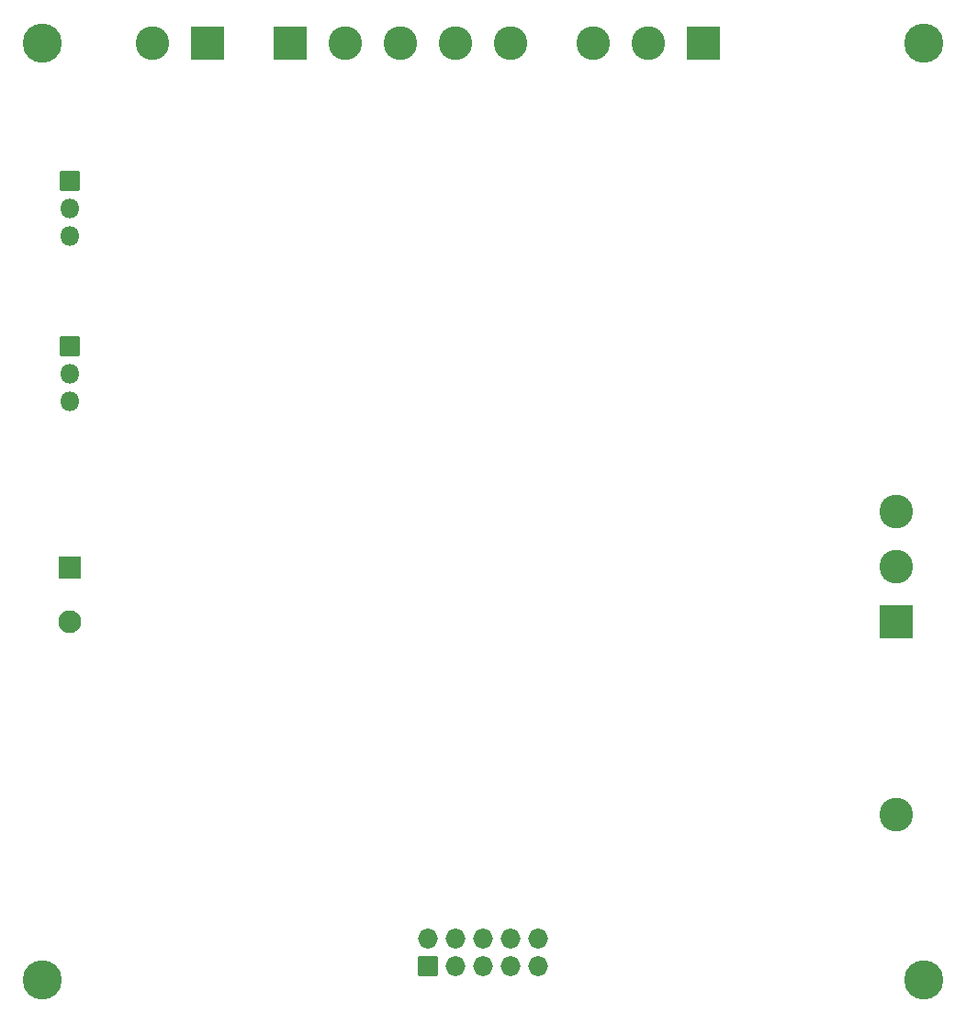
<source format=gbs>
G04 #@! TF.GenerationSoftware,KiCad,Pcbnew,(6.0.1-0)*
G04 #@! TF.CreationDate,2022-03-10T22:00:30-05:00*
G04 #@! TF.ProjectId,Vrm,56726d2e-6b69-4636-9164-5f7063625858,rev?*
G04 #@! TF.SameCoordinates,Original*
G04 #@! TF.FileFunction,Soldermask,Bot*
G04 #@! TF.FilePolarity,Negative*
%FSLAX46Y46*%
G04 Gerber Fmt 4.6, Leading zero omitted, Abs format (unit mm)*
G04 Created by KiCad (PCBNEW (6.0.1-0)) date 2022-03-10 22:00:30*
%MOMM*%
%LPD*%
G01*
G04 APERTURE LIST*
G04 Aperture macros list*
%AMRoundRect*
0 Rectangle with rounded corners*
0 $1 Rounding radius*
0 $2 $3 $4 $5 $6 $7 $8 $9 X,Y pos of 4 corners*
0 Add a 4 corners polygon primitive as box body*
4,1,4,$2,$3,$4,$5,$6,$7,$8,$9,$2,$3,0*
0 Add four circle primitives for the rounded corners*
1,1,$1+$1,$2,$3*
1,1,$1+$1,$4,$5*
1,1,$1+$1,$6,$7*
1,1,$1+$1,$8,$9*
0 Add four rect primitives between the rounded corners*
20,1,$1+$1,$2,$3,$4,$5,0*
20,1,$1+$1,$4,$5,$6,$7,0*
20,1,$1+$1,$6,$7,$8,$9,0*
20,1,$1+$1,$8,$9,$2,$3,0*%
G04 Aperture macros list end*
%ADD10RoundRect,0.051000X0.863600X-0.863600X0.863600X0.863600X-0.863600X0.863600X-0.863600X-0.863600X0*%
%ADD11O,1.829200X1.829200*%
%ADD12C,3.102000*%
%ADD13C,3.602000*%
%ADD14RoundRect,0.051000X-0.850000X-0.850000X0.850000X-0.850000X0.850000X0.850000X-0.850000X0.850000X0*%
%ADD15O,1.802000X1.802000*%
%ADD16RoundRect,0.051000X-1.000000X1.000000X-1.000000X-1.000000X1.000000X-1.000000X1.000000X1.000000X0*%
%ADD17C,2.102000*%
%ADD18RoundRect,0.051000X-1.500000X-1.500000X1.500000X-1.500000X1.500000X1.500000X-1.500000X1.500000X0*%
%ADD19RoundRect,0.051000X1.500000X1.500000X-1.500000X1.500000X-1.500000X-1.500000X1.500000X-1.500000X0*%
%ADD20RoundRect,0.051000X1.500000X-1.500000X1.500000X1.500000X-1.500000X1.500000X-1.500000X-1.500000X0*%
G04 APERTURE END LIST*
D10*
X170180000Y-146050000D03*
D11*
X170180000Y-143510000D03*
X172720000Y-146050000D03*
X172720000Y-143510000D03*
X175260000Y-146050000D03*
X175260000Y-143510000D03*
X177800000Y-146050000D03*
X177800000Y-143510000D03*
X180340000Y-146050000D03*
X180340000Y-143510000D03*
D12*
X213360000Y-132080000D03*
D13*
X134620000Y-60960000D03*
D14*
X137160000Y-73660000D03*
D15*
X137160000Y-76200000D03*
X137160000Y-78740000D03*
D16*
X137160000Y-109300000D03*
D17*
X137160000Y-114300000D03*
D12*
X177800000Y-60960000D03*
X172720000Y-60960000D03*
X167640000Y-60960000D03*
X162560000Y-60960000D03*
D18*
X157480000Y-60960000D03*
D19*
X149860000Y-60960000D03*
D12*
X144780000Y-60960000D03*
D13*
X215900000Y-60960000D03*
X134620000Y-147320000D03*
X215900000Y-147320000D03*
D19*
X195580000Y-60960000D03*
D12*
X190500000Y-60960000D03*
X185420000Y-60960000D03*
D20*
X213360000Y-114300000D03*
D12*
X213360000Y-109220000D03*
X213360000Y-104140000D03*
D14*
X137160000Y-88900000D03*
D15*
X137160000Y-91440000D03*
X137160000Y-93980000D03*
M02*

</source>
